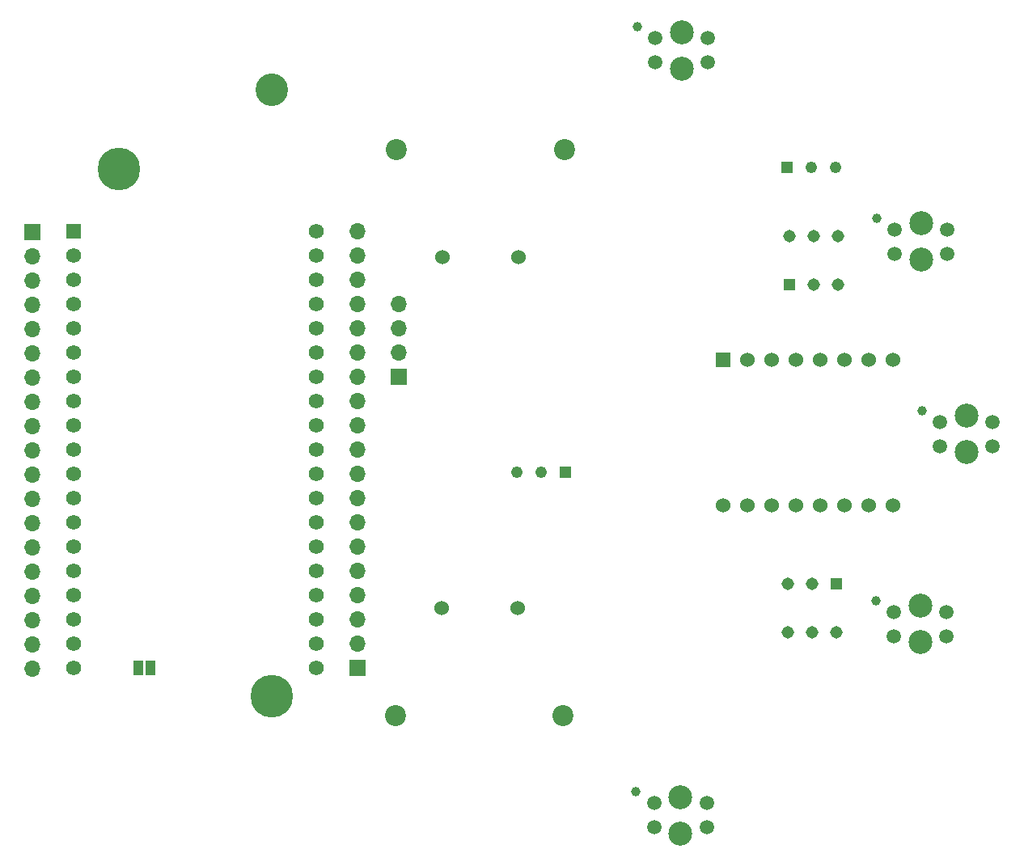
<source format=gbs>
%TF.GenerationSoftware,KiCad,Pcbnew,5.1.5+dfsg1-2build2*%
%TF.CreationDate,2021-11-19T21:10:00+05:30*%
%TF.ProjectId,Meshmerize,4d657368-6d65-4726-997a-652e6b696361,rev?*%
%TF.SameCoordinates,Original*%
%TF.FileFunction,Soldermask,Bot*%
%TF.FilePolarity,Negative*%
%FSLAX46Y46*%
G04 Gerber Fmt 4.6, Leading zero omitted, Abs format (unit mm)*
G04 Created by KiCad (PCBNEW 5.1.5+dfsg1-2build2) date 2021-11-19 21:10:00*
%MOMM*%
%LPD*%
G04 APERTURE LIST*
%ADD10R,1.000000X1.500000*%
%ADD11C,1.218000*%
%ADD12R,1.218000X1.218000*%
%ADD13C,1.560000*%
%ADD14R,1.560000X1.560000*%
%ADD15R,1.308000X1.308000*%
%ADD16C,1.308000*%
%ADD17C,1.524000*%
%ADD18C,2.500000*%
%ADD19C,1.000000*%
%ADD20C,1.500000*%
%ADD21R,1.524000X1.524000*%
%ADD22C,3.406000*%
%ADD23C,4.466000*%
%ADD24C,2.200000*%
%ADD25O,1.700000X1.700000*%
%ADD26R,1.700000X1.700000*%
G04 APERTURE END LIST*
D10*
%TO.C,JP1*%
X116575600Y-116039900D03*
X115275600Y-116039900D03*
%TD*%
D11*
%TO.C,RV2*%
X188239400Y-63601600D03*
X185699400Y-63601600D03*
D12*
X183159400Y-63601600D03*
%TD*%
D13*
%TO.C,U2*%
X133893560Y-116028400D03*
X133893560Y-113488400D03*
X133893560Y-110948400D03*
X133893560Y-108408400D03*
X133893560Y-105868400D03*
X133893560Y-103328400D03*
X133893560Y-100788400D03*
X133893560Y-98248400D03*
X133893560Y-95708400D03*
X133893560Y-93168400D03*
X133893560Y-90628400D03*
X133893560Y-88088400D03*
X133893560Y-85548400D03*
X133893560Y-83008400D03*
X133893560Y-80468400D03*
X133893560Y-77928400D03*
X133893560Y-75388400D03*
X133893560Y-72848400D03*
X133893560Y-70308400D03*
X108493560Y-113488400D03*
X108493560Y-110948400D03*
X108493560Y-108408400D03*
X108493560Y-105868400D03*
X108493560Y-103328400D03*
X108493560Y-100788400D03*
X108493560Y-98248400D03*
X108493560Y-95708400D03*
X108493560Y-93168400D03*
X108493560Y-90628400D03*
X108493560Y-88088400D03*
X108493560Y-85548400D03*
X108493560Y-83008400D03*
X108493560Y-80468400D03*
X108493560Y-77928400D03*
X108493560Y-75388400D03*
X108493560Y-116028400D03*
X108493560Y-72848400D03*
D14*
X108493560Y-70308400D03*
%TD*%
D15*
%TO.C,S2*%
X188328300Y-107226100D03*
D16*
X185788300Y-107226100D03*
X183248300Y-107226100D03*
X188328300Y-112306100D03*
X185788300Y-112306100D03*
X183248300Y-112306100D03*
%TD*%
D17*
%TO.C,M2*%
X154997920Y-109791220D03*
X146997920Y-109791220D03*
%TD*%
D18*
%TO.C,U8*%
X172011340Y-133372940D03*
X172011340Y-129572940D03*
D19*
X167361340Y-129022940D03*
D20*
X174761340Y-130202940D03*
X174761340Y-132742940D03*
X169261340Y-130202940D03*
X169261340Y-132742940D03*
%TD*%
D21*
%TO.C,TB1*%
X176469900Y-83810780D03*
D17*
X179009900Y-83810780D03*
X181549900Y-83810780D03*
X184089900Y-83810780D03*
X186629900Y-83810780D03*
X189169900Y-83810780D03*
X191709900Y-83810780D03*
X194249900Y-83810780D03*
X194249900Y-99050780D03*
X191709900Y-99050780D03*
X189169900Y-99050780D03*
X186629900Y-99050780D03*
X184089900Y-99050780D03*
X181549900Y-99050780D03*
X179009900Y-99050780D03*
X176469900Y-99050780D03*
%TD*%
%TO.C,M1*%
X155096980Y-72997340D03*
X147096980Y-72997340D03*
%TD*%
D22*
%TO.C,BT2*%
X129219100Y-55500780D03*
D23*
X113219100Y-63830780D03*
X129219100Y-119030780D03*
%TD*%
D15*
%TO.C,S1*%
X183413400Y-75907900D03*
D16*
X185953400Y-75907900D03*
X188493400Y-75907900D03*
X183413400Y-70827900D03*
X185953400Y-70827900D03*
X188493400Y-70827900D03*
%TD*%
D18*
%TO.C,U4*%
X197221700Y-73315580D03*
X197221700Y-69515580D03*
D19*
X192571700Y-68965580D03*
D20*
X199971700Y-70145580D03*
X199971700Y-72685580D03*
X194471700Y-70145580D03*
X194471700Y-72685580D03*
%TD*%
%TO.C,U3*%
X169408660Y-52644040D03*
X169408660Y-50104040D03*
X174908660Y-52644040D03*
X174908660Y-50104040D03*
D19*
X167508660Y-48924040D03*
D18*
X172158660Y-49474040D03*
X172158660Y-53274040D03*
%TD*%
D20*
%TO.C,U6*%
X199207940Y-92834460D03*
X199207940Y-90294460D03*
X204707940Y-92834460D03*
X204707940Y-90294460D03*
D19*
X197307940Y-89114460D03*
D18*
X201957940Y-89664460D03*
X201957940Y-93464460D03*
%TD*%
D20*
%TO.C,U7*%
X194370100Y-112715980D03*
X194370100Y-110175980D03*
X199870100Y-112715980D03*
X199870100Y-110175980D03*
D19*
X192470100Y-108995980D03*
D18*
X197120100Y-109545980D03*
X197120100Y-113345980D03*
%TD*%
D11*
%TO.C,RV1*%
X154889200Y-95554800D03*
X157429200Y-95554800D03*
D12*
X159969200Y-95554800D03*
%TD*%
D24*
%TO.C,H1*%
X159740600Y-121031000D03*
%TD*%
%TO.C,H2*%
X142240000Y-121031000D03*
%TD*%
%TO.C,H3*%
X142328900Y-61772800D03*
%TD*%
%TO.C,H4*%
X159867600Y-61772800D03*
%TD*%
D25*
%TO.C,J1*%
X104203500Y-116154200D03*
X104203500Y-113614200D03*
X104203500Y-111074200D03*
X104203500Y-108534200D03*
X104203500Y-105994200D03*
X104203500Y-103454200D03*
X104203500Y-100914200D03*
X104203500Y-98374200D03*
X104203500Y-95834200D03*
X104203500Y-93294200D03*
X104203500Y-90754200D03*
X104203500Y-88214200D03*
X104203500Y-85674200D03*
X104203500Y-83134200D03*
X104203500Y-80594200D03*
X104203500Y-78054200D03*
X104203500Y-75514200D03*
X104203500Y-72974200D03*
D26*
X104203500Y-70434200D03*
%TD*%
%TO.C,J2*%
X138264900Y-116014500D03*
D25*
X138264900Y-113474500D03*
X138264900Y-110934500D03*
X138264900Y-108394500D03*
X138264900Y-105854500D03*
X138264900Y-103314500D03*
X138264900Y-100774500D03*
X138264900Y-98234500D03*
X138264900Y-95694500D03*
X138264900Y-93154500D03*
X138264900Y-90614500D03*
X138264900Y-88074500D03*
X138264900Y-85534500D03*
X138264900Y-82994500D03*
X138264900Y-80454500D03*
X138264900Y-77914500D03*
X138264900Y-75374500D03*
X138264900Y-72834500D03*
X138264900Y-70294500D03*
%TD*%
D26*
%TO.C,J3*%
X142544800Y-85572600D03*
D25*
X142544800Y-83032600D03*
X142544800Y-80492600D03*
X142544800Y-77952600D03*
%TD*%
M02*

</source>
